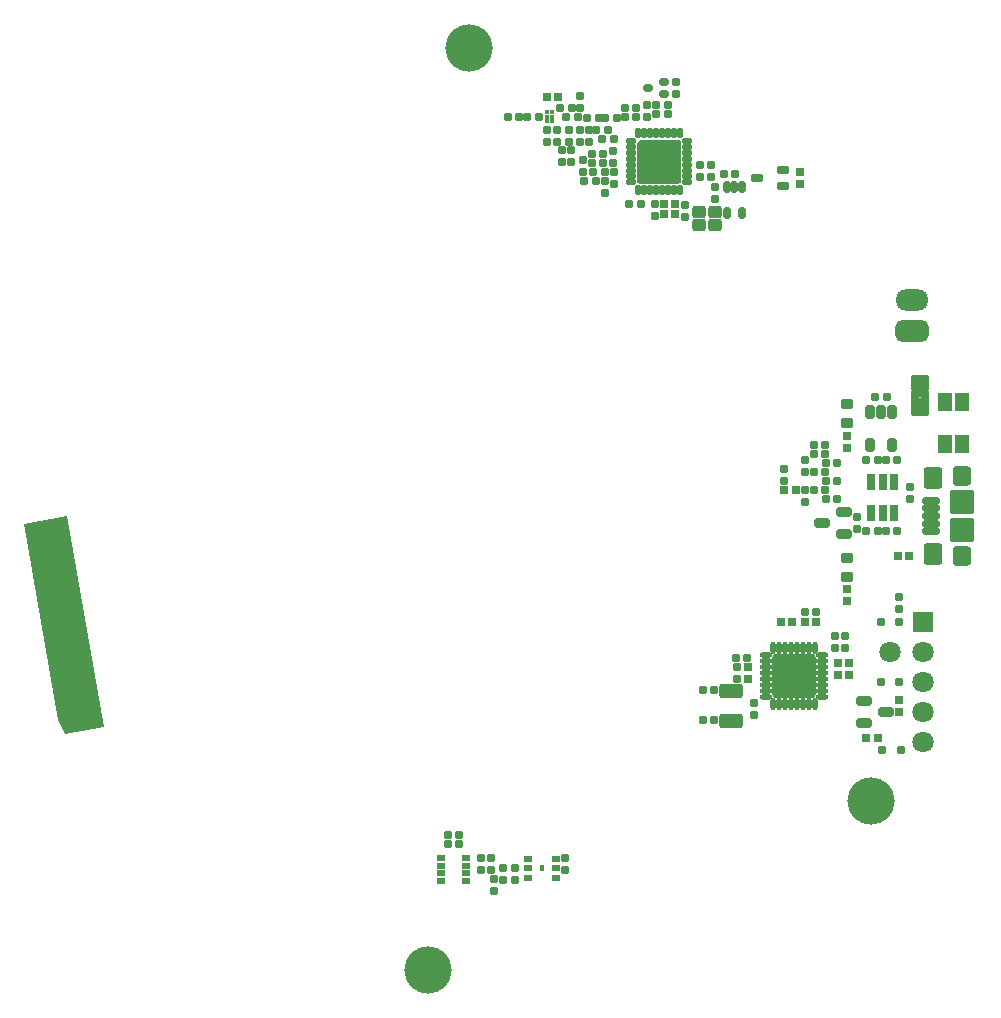
<source format=gbs>
G04*
G04 #@! TF.GenerationSoftware,Altium Limited,Altium Designer,20.2.6 (244)*
G04*
G04 Layer_Color=16711935*
%FSLAX43Y43*%
%MOMM*%
G71*
G04*
G04 #@! TF.SameCoordinates,C84C0C97-952F-48A7-9790-35694251DD82*
G04*
G04*
G04 #@! TF.FilePolarity,Negative*
G04*
G01*
G75*
%ADD10O,2.803X1.803*%
G04:AMPARAMS|DCode=11|XSize=2.803mm|YSize=1.803mm|CornerRadius=0.502mm|HoleSize=0mm|Usage=FLASHONLY|Rotation=0.000|XOffset=0mm|YOffset=0mm|HoleType=Round|Shape=RoundedRectangle|*
%AMROUNDEDRECTD11*
21,1,2.803,0.800,0,0,0.0*
21,1,1.800,1.803,0,0,0.0*
1,1,1.003,0.900,-0.400*
1,1,1.003,-0.900,-0.400*
1,1,1.003,-0.900,0.400*
1,1,1.003,0.900,0.400*
%
%ADD11ROUNDEDRECTD11*%
%ADD12C,1.803*%
%ADD13R,1.803X1.803*%
%ADD14C,3.997*%
%ADD55R,0.305X0.610*%
G04:AMPARAMS|DCode=60|XSize=0.703mm|YSize=0.703mm|CornerRadius=0.127mm|HoleSize=0mm|Usage=FLASHONLY|Rotation=0.000|XOffset=0mm|YOffset=0mm|HoleType=Round|Shape=RoundedRectangle|*
%AMROUNDEDRECTD60*
21,1,0.703,0.450,0,0,0.0*
21,1,0.450,0.703,0,0,0.0*
1,1,0.253,0.225,-0.225*
1,1,0.253,-0.225,-0.225*
1,1,0.253,-0.225,0.225*
1,1,0.253,0.225,0.225*
%
%ADD60ROUNDEDRECTD60*%
G04:AMPARAMS|DCode=61|XSize=1.253mm|YSize=1.553mm|CornerRadius=0.154mm|HoleSize=0mm|Usage=FLASHONLY|Rotation=90.000|XOffset=0mm|YOffset=0mm|HoleType=Round|Shape=RoundedRectangle|*
%AMROUNDEDRECTD61*
21,1,1.253,1.245,0,0,90.0*
21,1,0.945,1.553,0,0,90.0*
1,1,0.308,0.623,0.472*
1,1,0.308,0.623,-0.472*
1,1,0.308,-0.623,-0.472*
1,1,0.308,-0.623,0.472*
%
%ADD61ROUNDEDRECTD61*%
G04:AMPARAMS|DCode=62|XSize=0.703mm|YSize=0.703mm|CornerRadius=0.127mm|HoleSize=0mm|Usage=FLASHONLY|Rotation=90.000|XOffset=0mm|YOffset=0mm|HoleType=Round|Shape=RoundedRectangle|*
%AMROUNDEDRECTD62*
21,1,0.703,0.450,0,0,90.0*
21,1,0.450,0.703,0,0,90.0*
1,1,0.253,0.225,0.225*
1,1,0.253,0.225,-0.225*
1,1,0.253,-0.225,-0.225*
1,1,0.253,-0.225,0.225*
%
%ADD62ROUNDEDRECTD62*%
G04:AMPARAMS|DCode=63|XSize=0.703mm|YSize=0.753mm|CornerRadius=0.127mm|HoleSize=0mm|Usage=FLASHONLY|Rotation=0.000|XOffset=0mm|YOffset=0mm|HoleType=Round|Shape=RoundedRectangle|*
%AMROUNDEDRECTD63*
21,1,0.703,0.500,0,0,0.0*
21,1,0.450,0.753,0,0,0.0*
1,1,0.253,0.225,-0.250*
1,1,0.253,-0.225,-0.250*
1,1,0.253,-0.225,0.250*
1,1,0.253,0.225,0.250*
%
%ADD63ROUNDEDRECTD63*%
%ADD64R,1.253X1.603*%
G04:AMPARAMS|DCode=65|XSize=0.803mm|YSize=1.203mm|CornerRadius=0.177mm|HoleSize=0mm|Usage=FLASHONLY|Rotation=180.000|XOffset=0mm|YOffset=0mm|HoleType=Round|Shape=RoundedRectangle|*
%AMROUNDEDRECTD65*
21,1,0.803,0.850,0,0,180.0*
21,1,0.450,1.203,0,0,180.0*
1,1,0.353,-0.225,0.425*
1,1,0.353,0.225,0.425*
1,1,0.353,0.225,-0.425*
1,1,0.353,-0.225,-0.425*
%
%ADD65ROUNDEDRECTD65*%
G04:AMPARAMS|DCode=66|XSize=0.803mm|YSize=1.403mm|CornerRadius=0.177mm|HoleSize=0mm|Usage=FLASHONLY|Rotation=90.000|XOffset=0mm|YOffset=0mm|HoleType=Round|Shape=RoundedRectangle|*
%AMROUNDEDRECTD66*
21,1,0.803,1.050,0,0,90.0*
21,1,0.450,1.403,0,0,90.0*
1,1,0.353,0.525,0.225*
1,1,0.353,0.525,-0.225*
1,1,0.353,-0.525,-0.225*
1,1,0.353,-0.525,0.225*
%
%ADD66ROUNDEDRECTD66*%
G04:AMPARAMS|DCode=67|XSize=0.623mm|YSize=0.753mm|CornerRadius=0.123mm|HoleSize=0mm|Usage=FLASHONLY|Rotation=90.000|XOffset=0mm|YOffset=0mm|HoleType=Round|Shape=RoundedRectangle|*
%AMROUNDEDRECTD67*
21,1,0.623,0.508,0,0,90.0*
21,1,0.378,0.753,0,0,90.0*
1,1,0.245,0.254,0.189*
1,1,0.245,0.254,-0.189*
1,1,0.245,-0.254,-0.189*
1,1,0.245,-0.254,0.189*
%
%ADD67ROUNDEDRECTD67*%
G04:AMPARAMS|DCode=68|XSize=1.203mm|YSize=2.003mm|CornerRadius=0.227mm|HoleSize=0mm|Usage=FLASHONLY|Rotation=90.000|XOffset=0mm|YOffset=0mm|HoleType=Round|Shape=RoundedRectangle|*
%AMROUNDEDRECTD68*
21,1,1.203,1.550,0,0,90.0*
21,1,0.750,2.003,0,0,90.0*
1,1,0.453,0.775,0.375*
1,1,0.453,0.775,-0.375*
1,1,0.453,-0.775,-0.375*
1,1,0.453,-0.775,0.375*
%
%ADD68ROUNDEDRECTD68*%
G04:AMPARAMS|DCode=69|XSize=2.103mm|YSize=2.103mm|CornerRadius=0.339mm|HoleSize=0mm|Usage=FLASHONLY|Rotation=180.000|XOffset=0mm|YOffset=0mm|HoleType=Round|Shape=RoundedRectangle|*
%AMROUNDEDRECTD69*
21,1,2.103,1.425,0,0,180.0*
21,1,1.425,2.103,0,0,180.0*
1,1,0.678,-0.713,0.713*
1,1,0.678,0.713,0.713*
1,1,0.678,0.713,-0.713*
1,1,0.678,-0.713,-0.713*
%
%ADD69ROUNDEDRECTD69*%
G04:AMPARAMS|DCode=70|XSize=0.603mm|YSize=1.553mm|CornerRadius=0.152mm|HoleSize=0mm|Usage=FLASHONLY|Rotation=90.000|XOffset=0mm|YOffset=0mm|HoleType=Round|Shape=RoundedRectangle|*
%AMROUNDEDRECTD70*
21,1,0.603,1.250,0,0,90.0*
21,1,0.300,1.553,0,0,90.0*
1,1,0.303,0.625,0.150*
1,1,0.303,0.625,-0.150*
1,1,0.303,-0.625,-0.150*
1,1,0.303,-0.625,0.150*
%
%ADD70ROUNDEDRECTD70*%
G04:AMPARAMS|DCode=71|XSize=1.503mm|YSize=1.653mm|CornerRadius=0.264mm|HoleSize=0mm|Usage=FLASHONLY|Rotation=180.000|XOffset=0mm|YOffset=0mm|HoleType=Round|Shape=RoundedRectangle|*
%AMROUNDEDRECTD71*
21,1,1.503,1.125,0,0,180.0*
21,1,0.975,1.653,0,0,180.0*
1,1,0.528,-0.488,0.563*
1,1,0.528,0.488,0.563*
1,1,0.528,0.488,-0.563*
1,1,0.528,-0.488,-0.563*
%
%ADD71ROUNDEDRECTD71*%
G04:AMPARAMS|DCode=72|XSize=1.603mm|YSize=1.803mm|CornerRadius=0.277mm|HoleSize=0mm|Usage=FLASHONLY|Rotation=180.000|XOffset=0mm|YOffset=0mm|HoleType=Round|Shape=RoundedRectangle|*
%AMROUNDEDRECTD72*
21,1,1.603,1.250,0,0,180.0*
21,1,1.050,1.803,0,0,180.0*
1,1,0.553,-0.525,0.625*
1,1,0.553,0.525,0.625*
1,1,0.553,0.525,-0.625*
1,1,0.553,-0.525,-0.625*
%
%ADD72ROUNDEDRECTD72*%
%ADD73R,0.753X1.403*%
G04:AMPARAMS|DCode=74|XSize=0.85mm|YSize=0.95mm|CornerRadius=0.11mm|HoleSize=0mm|Usage=FLASHONLY|Rotation=270.000|XOffset=0mm|YOffset=0mm|HoleType=Round|Shape=RoundedRectangle|*
%AMROUNDEDRECTD74*
21,1,0.850,0.730,0,0,270.0*
21,1,0.630,0.950,0,0,270.0*
1,1,0.220,-0.365,-0.315*
1,1,0.220,-0.365,0.315*
1,1,0.220,0.365,0.315*
1,1,0.220,0.365,-0.315*
%
%ADD74ROUNDEDRECTD74*%
G04:AMPARAMS|DCode=75|XSize=0.703mm|YSize=0.753mm|CornerRadius=0.127mm|HoleSize=0mm|Usage=FLASHONLY|Rotation=90.000|XOffset=0mm|YOffset=0mm|HoleType=Round|Shape=RoundedRectangle|*
%AMROUNDEDRECTD75*
21,1,0.703,0.500,0,0,90.0*
21,1,0.450,0.753,0,0,90.0*
1,1,0.253,0.250,0.225*
1,1,0.253,0.250,-0.225*
1,1,0.253,-0.250,-0.225*
1,1,0.253,-0.250,0.225*
%
%ADD75ROUNDEDRECTD75*%
G04:AMPARAMS|DCode=76|XSize=0.903mm|YSize=1.003mm|CornerRadius=0.137mm|HoleSize=0mm|Usage=FLASHONLY|Rotation=270.000|XOffset=0mm|YOffset=0mm|HoleType=Round|Shape=RoundedRectangle|*
%AMROUNDEDRECTD76*
21,1,0.903,0.730,0,0,270.0*
21,1,0.630,1.003,0,0,270.0*
1,1,0.273,-0.365,-0.315*
1,1,0.273,-0.365,0.315*
1,1,0.273,0.365,0.315*
1,1,0.273,0.365,-0.315*
%
%ADD76ROUNDEDRECTD76*%
G04:AMPARAMS|DCode=77|XSize=1.153mm|YSize=1.003mm|CornerRadius=0.202mm|HoleSize=0mm|Usage=FLASHONLY|Rotation=180.000|XOffset=0mm|YOffset=0mm|HoleType=Round|Shape=RoundedRectangle|*
%AMROUNDEDRECTD77*
21,1,1.153,0.600,0,0,180.0*
21,1,0.750,1.003,0,0,180.0*
1,1,0.403,-0.375,0.300*
1,1,0.403,0.375,0.300*
1,1,0.403,0.375,-0.300*
1,1,0.403,-0.375,-0.300*
%
%ADD77ROUNDEDRECTD77*%
G04:AMPARAMS|DCode=78|XSize=0.603mm|YSize=1.003mm|CornerRadius=0.152mm|HoleSize=0mm|Usage=FLASHONLY|Rotation=180.000|XOffset=0mm|YOffset=0mm|HoleType=Round|Shape=RoundedRectangle|*
%AMROUNDEDRECTD78*
21,1,0.603,0.700,0,0,180.0*
21,1,0.300,1.003,0,0,180.0*
1,1,0.303,-0.150,0.350*
1,1,0.303,0.150,0.350*
1,1,0.303,0.150,-0.350*
1,1,0.303,-0.150,-0.350*
%
%ADD78ROUNDEDRECTD78*%
G04:AMPARAMS|DCode=79|XSize=0.753mm|YSize=1.003mm|CornerRadius=0.17mm|HoleSize=0mm|Usage=FLASHONLY|Rotation=90.000|XOffset=0mm|YOffset=0mm|HoleType=Round|Shape=RoundedRectangle|*
%AMROUNDEDRECTD79*
21,1,0.753,0.663,0,0,90.0*
21,1,0.413,1.003,0,0,90.0*
1,1,0.341,0.331,0.206*
1,1,0.341,0.331,-0.206*
1,1,0.341,-0.331,-0.206*
1,1,0.341,-0.331,0.206*
%
%ADD79ROUNDEDRECTD79*%
G04:AMPARAMS|DCode=80|XSize=0.903mm|YSize=0.453mm|CornerRadius=0.164mm|HoleSize=0mm|Usage=FLASHONLY|Rotation=180.000|XOffset=0mm|YOffset=0mm|HoleType=Round|Shape=RoundedRectangle|*
%AMROUNDEDRECTD80*
21,1,0.903,0.125,0,0,180.0*
21,1,0.575,0.453,0,0,180.0*
1,1,0.328,-0.288,0.063*
1,1,0.328,0.288,0.063*
1,1,0.328,0.288,-0.063*
1,1,0.328,-0.288,-0.063*
%
%ADD80ROUNDEDRECTD80*%
G04:AMPARAMS|DCode=81|XSize=0.903mm|YSize=0.453mm|CornerRadius=0.164mm|HoleSize=0mm|Usage=FLASHONLY|Rotation=270.000|XOffset=0mm|YOffset=0mm|HoleType=Round|Shape=RoundedRectangle|*
%AMROUNDEDRECTD81*
21,1,0.903,0.125,0,0,270.0*
21,1,0.575,0.453,0,0,270.0*
1,1,0.328,-0.063,-0.288*
1,1,0.328,-0.063,0.288*
1,1,0.328,0.063,0.288*
1,1,0.328,0.063,-0.288*
%
%ADD81ROUNDEDRECTD81*%
G04:AMPARAMS|DCode=82|XSize=2.203mm|YSize=2.203mm|CornerRadius=0.152mm|HoleSize=0mm|Usage=FLASHONLY|Rotation=270.000|XOffset=0mm|YOffset=0mm|HoleType=Round|Shape=RoundedRectangle|*
%AMROUNDEDRECTD82*
21,1,2.203,1.900,0,0,270.0*
21,1,1.900,2.203,0,0,270.0*
1,1,0.303,-0.950,-0.950*
1,1,0.303,-0.950,0.950*
1,1,0.303,0.950,0.950*
1,1,0.303,0.950,-0.950*
%
%ADD82ROUNDEDRECTD82*%
G04:AMPARAMS|DCode=83|XSize=0.403mm|YSize=0.403mm|CornerRadius=0.127mm|HoleSize=0mm|Usage=FLASHONLY|Rotation=90.000|XOffset=0mm|YOffset=0mm|HoleType=Round|Shape=RoundedRectangle|*
%AMROUNDEDRECTD83*
21,1,0.403,0.150,0,0,90.0*
21,1,0.150,0.403,0,0,90.0*
1,1,0.253,0.075,0.075*
1,1,0.253,0.075,-0.075*
1,1,0.253,-0.075,-0.075*
1,1,0.253,-0.075,0.075*
%
%ADD83ROUNDEDRECTD83*%
G04:AMPARAMS|DCode=84|XSize=0.703mm|YSize=0.803mm|CornerRadius=0.164mm|HoleSize=0mm|Usage=FLASHONLY|Rotation=90.000|XOffset=0mm|YOffset=0mm|HoleType=Round|Shape=RoundedRectangle|*
%AMROUNDEDRECTD84*
21,1,0.703,0.475,0,0,90.0*
21,1,0.375,0.803,0,0,90.0*
1,1,0.328,0.238,0.188*
1,1,0.328,0.238,-0.188*
1,1,0.328,-0.238,-0.188*
1,1,0.328,-0.238,0.188*
%
%ADD84ROUNDEDRECTD84*%
%ADD85O,1.103X0.453*%
%ADD86O,0.453X1.103*%
G04:AMPARAMS|DCode=87|XSize=3.703mm|YSize=3.703mm|CornerRadius=0.277mm|HoleSize=0mm|Usage=FLASHONLY|Rotation=0.000|XOffset=0mm|YOffset=0mm|HoleType=Round|Shape=RoundedRectangle|*
%AMROUNDEDRECTD87*
21,1,3.703,3.150,0,0,0.0*
21,1,3.150,3.703,0,0,0.0*
1,1,0.553,1.575,-1.575*
1,1,0.553,-1.575,-1.575*
1,1,0.553,-1.575,1.575*
1,1,0.553,1.575,1.575*
%
%ADD87ROUNDEDRECTD87*%
%ADD88R,0.703X0.553*%
%ADD89R,0.753X0.603*%
G36*
X56831Y73860D02*
X56844Y73857D01*
X56857Y73853D01*
X56869Y73847D01*
X56880Y73840D01*
X56890Y73831D01*
X56940Y73781D01*
X56949Y73771D01*
X56956Y73760D01*
X56962Y73748D01*
X56966Y73735D01*
X56969Y73722D01*
X56970Y73709D01*
Y70309D01*
X56969Y70296D01*
X56966Y70283D01*
X56962Y70270D01*
X56956Y70258D01*
X56949Y70247D01*
X56940Y70237D01*
X56890Y70187D01*
X56880Y70178D01*
X56869Y70171D01*
X56857Y70165D01*
X56844Y70161D01*
X56831Y70158D01*
X56818Y70157D01*
X53418D01*
X53405Y70158D01*
X53392Y70161D01*
X53379Y70165D01*
X53367Y70171D01*
X53356Y70178D01*
X53346Y70187D01*
X53296Y70237D01*
X53287Y70247D01*
X53280Y70258D01*
X53274Y70270D01*
X53270Y70283D01*
X53267Y70296D01*
X53266Y70309D01*
Y73509D01*
X53267Y73522D01*
X53270Y73535D01*
X53274Y73548D01*
X53280Y73560D01*
X53287Y73571D01*
X53296Y73581D01*
X53546Y73831D01*
X53556Y73840D01*
X53567Y73847D01*
X53579Y73853D01*
X53592Y73857D01*
X53605Y73860D01*
X53618Y73861D01*
X56818D01*
X56831Y73860D01*
D02*
G37*
G36*
X77904Y53891D02*
X77917Y53888D01*
X77930Y53884D01*
X77942Y53878D01*
X77953Y53871D01*
X77963Y53862D01*
X77972Y53852D01*
X77979Y53841D01*
X77985Y53829D01*
X77989Y53816D01*
X77992Y53803D01*
X77993Y53790D01*
Y52815D01*
X77992Y52802D01*
X77989Y52789D01*
X77985Y52776D01*
X77979Y52764D01*
X77972Y52753D01*
X77963Y52743D01*
X77288Y52068D01*
X77278Y52059D01*
X77267Y52052D01*
X77255Y52046D01*
X77242Y52042D01*
X77229Y52039D01*
X77216Y52038D01*
X77203Y52039D01*
X77190Y52042D01*
X77177Y52046D01*
X77165Y52052D01*
X77154Y52059D01*
X77144Y52068D01*
X76469Y52743D01*
X76460Y52753D01*
X76453Y52764D01*
X76447Y52776D01*
X76443Y52789D01*
X76440Y52802D01*
X76439Y52815D01*
Y53790D01*
X76440Y53803D01*
X76443Y53816D01*
X76447Y53829D01*
X76453Y53841D01*
X76460Y53852D01*
X76469Y53862D01*
X76479Y53871D01*
X76490Y53878D01*
X76502Y53884D01*
X76515Y53888D01*
X76528Y53891D01*
X76541Y53892D01*
X77891D01*
X77904Y53891D01*
D02*
G37*
G36*
X77904Y52616D02*
X77917Y52613D01*
X77930Y52609D01*
X77942Y52603D01*
X77953Y52596D01*
X77963Y52587D01*
X77972Y52577D01*
X77979Y52566D01*
X77985Y52554D01*
X77989Y52541D01*
X77992Y52528D01*
X77993Y52515D01*
Y50640D01*
X77992Y50627D01*
X77989Y50614D01*
X77985Y50601D01*
X77979Y50589D01*
X77972Y50578D01*
X77963Y50568D01*
X77953Y50559D01*
X77942Y50552D01*
X77930Y50546D01*
X77917Y50542D01*
X77904Y50539D01*
X77891Y50538D01*
X76541D01*
X76528Y50539D01*
X76515Y50542D01*
X76502Y50546D01*
X76490Y50552D01*
X76479Y50559D01*
X76469Y50568D01*
X76460Y50578D01*
X76453Y50589D01*
X76447Y50601D01*
X76443Y50614D01*
X76440Y50627D01*
X76439Y50640D01*
Y52515D01*
X76440Y52528D01*
X76443Y52541D01*
X76447Y52554D01*
X76453Y52566D01*
X76460Y52577D01*
X76469Y52587D01*
X76479Y52596D01*
X76490Y52603D01*
X76502Y52609D01*
X76515Y52613D01*
X76528Y52616D01*
X76541Y52617D01*
X76554Y52616D01*
X76567Y52613D01*
X76580Y52609D01*
X76592Y52603D01*
X76603Y52596D01*
X76613Y52587D01*
X77216Y51984D01*
X77819Y52587D01*
X77829Y52596D01*
X77840Y52603D01*
X77852Y52609D01*
X77865Y52613D01*
X77878Y52616D01*
X77891Y52617D01*
X77904Y52616D01*
D02*
G37*
G36*
X8117Y24101D02*
X4863Y23527D01*
X4262Y24777D01*
X1341Y41347D01*
X4963Y41986D01*
X8117Y24101D01*
D02*
G37*
D10*
X76529Y60275D02*
D03*
D11*
Y57675D02*
D03*
D12*
X74676Y30480D02*
D03*
X77470Y22860D02*
D03*
Y25400D02*
D03*
Y27940D02*
D03*
Y30480D02*
D03*
D13*
Y33020D02*
D03*
D14*
X35560Y3556D02*
D03*
X73025Y17907D02*
D03*
X38989Y81661D02*
D03*
D55*
X45212Y12192D02*
D03*
D60*
X37219Y14986D02*
D03*
X38219D02*
D03*
X43299Y75819D02*
D03*
X42299D02*
D03*
X50411Y72644D02*
D03*
X49411D02*
D03*
X53586Y68453D02*
D03*
X52586D02*
D03*
X59555Y70739D02*
D03*
X58555D02*
D03*
X60587Y70993D02*
D03*
X61587D02*
D03*
X50792Y74676D02*
D03*
X49792D02*
D03*
X53197Y76581D02*
D03*
X52197D02*
D03*
X55872Y76835D02*
D03*
X54872D02*
D03*
X62603Y29972D02*
D03*
X61603D02*
D03*
X67445Y33909D02*
D03*
X68445D02*
D03*
X70223Y46482D02*
D03*
X69223D02*
D03*
X69207Y44196D02*
D03*
X68207D02*
D03*
X37219Y14224D02*
D03*
X38219D02*
D03*
X72652Y40767D02*
D03*
X73652D02*
D03*
X75303Y40767D02*
D03*
X74303D02*
D03*
Y46736D02*
D03*
X75303D02*
D03*
X72652D02*
D03*
X73652D02*
D03*
X73414Y52070D02*
D03*
X74414D02*
D03*
X69223Y43434D02*
D03*
X70223D02*
D03*
Y44958D02*
D03*
X69223D02*
D03*
X69207Y45720D02*
D03*
X68207D02*
D03*
X69207Y48006D02*
D03*
X68207D02*
D03*
X69207Y47244D02*
D03*
X68207D02*
D03*
X49776Y70358D02*
D03*
X48776D02*
D03*
X49411Y71882D02*
D03*
X50411D02*
D03*
X50538Y71120D02*
D03*
X49538D02*
D03*
X59555Y71755D02*
D03*
X58555D02*
D03*
X59809Y24765D02*
D03*
X58809D02*
D03*
X51300Y73914D02*
D03*
X50300D02*
D03*
X59809Y27305D02*
D03*
X58809D02*
D03*
X44950Y75819D02*
D03*
X43950D02*
D03*
X48252D02*
D03*
X47252D02*
D03*
X47744Y76581D02*
D03*
X46744D02*
D03*
X50030Y75692D02*
D03*
X49030D02*
D03*
X51554D02*
D03*
X50554D02*
D03*
X52197Y75819D02*
D03*
X53197D02*
D03*
X55872Y76073D02*
D03*
X54872D02*
D03*
D61*
X77216Y51065D02*
D03*
Y53340D02*
D03*
D62*
X67437Y43188D02*
D03*
Y44188D02*
D03*
Y45728D02*
D03*
Y46728D02*
D03*
X47117Y13073D02*
D03*
Y12073D02*
D03*
X71882Y41910D02*
D03*
Y40910D02*
D03*
X54737Y67445D02*
D03*
Y68445D02*
D03*
X50546Y69350D02*
D03*
Y70350D02*
D03*
X46863Y73017D02*
D03*
Y72017D02*
D03*
X48641Y72128D02*
D03*
Y71128D02*
D03*
X46482Y73668D02*
D03*
Y74668D02*
D03*
X63119Y26146D02*
D03*
Y25146D02*
D03*
X70866Y30869D02*
D03*
Y31869D02*
D03*
X76327Y43442D02*
D03*
Y44442D02*
D03*
X65659Y45966D02*
D03*
Y44966D02*
D03*
X57277Y68318D02*
D03*
Y67318D02*
D03*
X59817Y69842D02*
D03*
Y68842D02*
D03*
X47625Y72017D02*
D03*
Y73017D02*
D03*
X51308Y71112D02*
D03*
Y70112D02*
D03*
X51181Y72890D02*
D03*
Y71890D02*
D03*
X45593Y73668D02*
D03*
Y74668D02*
D03*
X48387Y73676D02*
D03*
Y74676D02*
D03*
X47498Y74668D02*
D03*
Y73668D02*
D03*
X49149Y74676D02*
D03*
Y73676D02*
D03*
X54102Y76827D02*
D03*
Y75827D02*
D03*
X61722Y28202D02*
D03*
Y29202D02*
D03*
X75438Y34171D02*
D03*
Y35171D02*
D03*
X48387Y77589D02*
D03*
Y76589D02*
D03*
X56515Y77732D02*
D03*
Y78732D02*
D03*
X69977Y30869D02*
D03*
Y31869D02*
D03*
X40005Y12073D02*
D03*
Y13073D02*
D03*
X40894Y12073D02*
D03*
Y13073D02*
D03*
X41148Y10295D02*
D03*
Y11295D02*
D03*
X42926Y12184D02*
D03*
Y11184D02*
D03*
X41910Y12184D02*
D03*
Y11184D02*
D03*
D63*
X72652Y23241D02*
D03*
X73652D02*
D03*
X56507Y68453D02*
D03*
X55507D02*
D03*
X70239Y29591D02*
D03*
X71239D02*
D03*
X66675Y44196D02*
D03*
X65675D02*
D03*
X75319Y38608D02*
D03*
X76319D02*
D03*
X55507Y67564D02*
D03*
X56507D02*
D03*
X70239Y28575D02*
D03*
X71239D02*
D03*
X45601Y77470D02*
D03*
X46601D02*
D03*
X65413Y33020D02*
D03*
X66413D02*
D03*
X67445D02*
D03*
X68445D02*
D03*
D64*
X79322Y51689D02*
D03*
Y48089D02*
D03*
X80772Y51689D02*
D03*
Y48089D02*
D03*
D65*
X72964Y48028D02*
D03*
X74864D02*
D03*
Y50778D02*
D03*
X73914Y50778D02*
D03*
X72964Y50778D02*
D03*
D66*
X68950Y41402D02*
D03*
X70750Y40452D02*
D03*
Y42352D02*
D03*
X72506Y24450D02*
D03*
Y26350D02*
D03*
X74306Y25400D02*
D03*
D67*
X74003Y22225D02*
D03*
X75603D02*
D03*
X73876Y27940D02*
D03*
X75476D02*
D03*
X75476Y33020D02*
D03*
X73876D02*
D03*
D68*
X61214Y27178D02*
D03*
Y24678D02*
D03*
D69*
X80800Y43200D02*
D03*
Y40800D02*
D03*
D70*
X78125Y42000D02*
D03*
Y42650D02*
D03*
X78125Y43300D02*
D03*
X78125Y41350D02*
D03*
X78125Y40700D02*
D03*
D71*
X80800Y45400D02*
D03*
Y38600D02*
D03*
D72*
X78350Y45200D02*
D03*
Y38800D02*
D03*
D73*
X73091Y44861D02*
D03*
X74041D02*
D03*
X74991D02*
D03*
Y42261D02*
D03*
X74041D02*
D03*
X73091D02*
D03*
D74*
X71000Y51473D02*
D03*
Y49873D02*
D03*
D75*
X71000Y47760D02*
D03*
Y48760D02*
D03*
Y34806D02*
D03*
Y35806D02*
D03*
X67056Y70120D02*
D03*
Y71120D02*
D03*
X75438Y26408D02*
D03*
Y25408D02*
D03*
X62611Y29202D02*
D03*
Y28202D02*
D03*
D76*
X71000Y38467D02*
D03*
Y36867D02*
D03*
D77*
X58467Y67725D02*
D03*
X59817D02*
D03*
X58467Y66675D02*
D03*
X59817D02*
D03*
D78*
X60833Y69841D02*
D03*
X61483Y69841D02*
D03*
X62133Y69841D02*
D03*
Y67691D02*
D03*
X60833D02*
D03*
D79*
X65591Y71262D02*
D03*
Y69962D02*
D03*
X63441Y70612D02*
D03*
D80*
X57518Y73759D02*
D03*
Y73259D02*
D03*
Y72759D02*
D03*
Y72259D02*
D03*
Y71759D02*
D03*
Y71259D02*
D03*
Y70759D02*
D03*
Y70259D02*
D03*
X52718D02*
D03*
Y70759D02*
D03*
Y71259D02*
D03*
Y71759D02*
D03*
Y72259D02*
D03*
Y72759D02*
D03*
Y73259D02*
D03*
Y73759D02*
D03*
D81*
X53368Y74409D02*
D03*
X53868D02*
D03*
X54368D02*
D03*
X54868D02*
D03*
X55368D02*
D03*
X55868D02*
D03*
X56368D02*
D03*
X56868D02*
D03*
Y69609D02*
D03*
X56368D02*
D03*
X55868D02*
D03*
X55368D02*
D03*
X54868D02*
D03*
X54368D02*
D03*
X53868D02*
D03*
X53368D02*
D03*
D82*
X55118Y72009D02*
D03*
D83*
X45647Y76219D02*
D03*
Y75819D02*
D03*
Y75419D02*
D03*
X46047D02*
D03*
Y75819D02*
D03*
Y76219D02*
D03*
D84*
X55514Y78732D02*
D03*
Y77732D02*
D03*
X54214Y78232D02*
D03*
D85*
X64148Y26698D02*
D03*
Y27198D02*
D03*
Y27698D02*
D03*
Y28198D02*
D03*
Y28698D02*
D03*
Y29198D02*
D03*
Y29698D02*
D03*
Y30198D02*
D03*
X68948D02*
D03*
Y29698D02*
D03*
Y29198D02*
D03*
Y28698D02*
D03*
Y28198D02*
D03*
Y27698D02*
D03*
Y27198D02*
D03*
Y26698D02*
D03*
D86*
X64798Y30848D02*
D03*
X65298D02*
D03*
X65798D02*
D03*
X66298D02*
D03*
X66798D02*
D03*
X67298D02*
D03*
X67798D02*
D03*
X68298D02*
D03*
Y26048D02*
D03*
X67798D02*
D03*
X67298D02*
D03*
X66798D02*
D03*
X66298D02*
D03*
X65798D02*
D03*
X65298D02*
D03*
X64798D02*
D03*
D87*
X66548Y28448D02*
D03*
D88*
X36694Y13040D02*
D03*
Y12390D02*
D03*
Y11740D02*
D03*
Y11090D02*
D03*
X38744Y11090D02*
D03*
Y11740D02*
D03*
Y12390D02*
D03*
Y13040D02*
D03*
D89*
X46362Y12192D02*
D03*
Y11392D02*
D03*
Y12992D02*
D03*
X44062D02*
D03*
Y12192D02*
D03*
Y11392D02*
D03*
M02*

</source>
